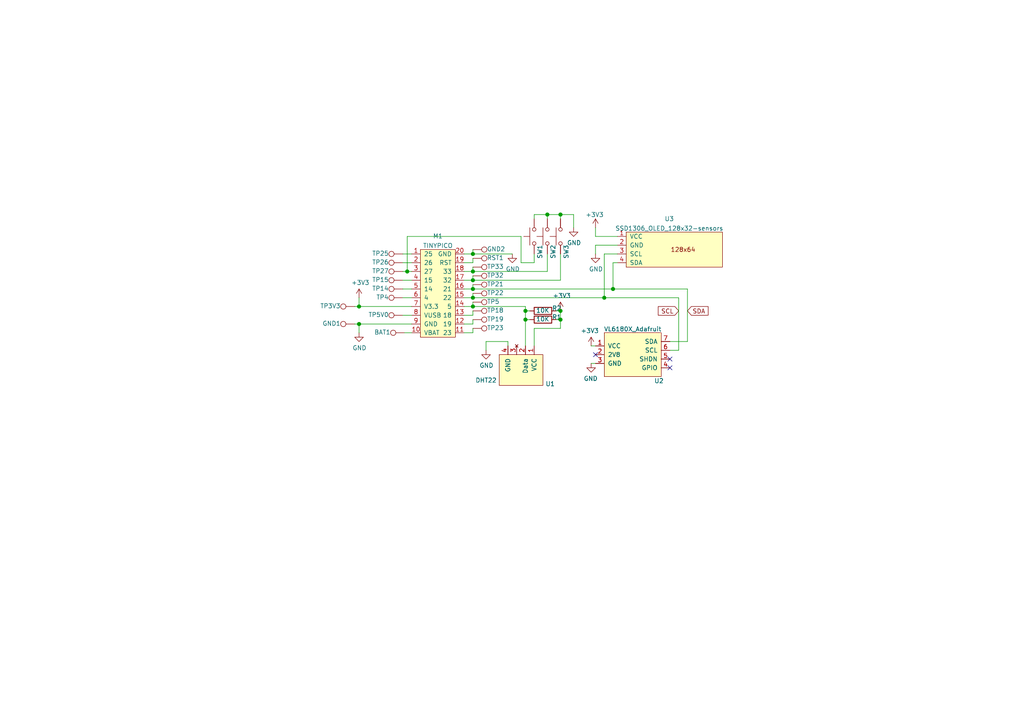
<source format=kicad_sch>
(kicad_sch (version 20210621) (generator eeschema)
  (paper "A4")
  (title_block (title "Levain Monitor") (date "2020-05-13") (rev "1.0"))
  (lib_symbols
    (symbol "Connector:TestPoint" (pin_numbers hide) (pin_names (offset 0.762) hide)
      (property "Reference" "TP" (at 0 6.858 0))
      (property "Value" "TestPoint" (at 0 5.08 0))
      (symbol "TestPoint_0_1"
        (circle (center 0 3.302) (radius 0.762))
      )
      (symbol "TestPoint_1_1"
        (pin passive line (at 0 0 90) (length 2.54) (name "1") (number "1"))
      )
    )
    (symbol "Device:R" (pin_numbers hide) (pin_names (offset 0))
      (property "Reference" "R" (at 2.032 0 90))
      (property "Value" "R" (at 0 0 90))
      (symbol "R_0_1"
        (rectangle (start -1.016 -2.54) (end 1.016 2.54) (stroke (width 0.254)))
      )
      (symbol "R_1_1"
        (pin passive line (at 0 3.81 270) (length 1.27) (name "~") (number "1"))
        (pin passive line (at 0 -3.81 90) (length 1.27) (name "~") (number "2"))
      )
    )
    (symbol "Switch:SW_Push" (pin_numbers hide) (pin_names (offset 1.016) hide)
      (property "Reference" "SW" (at 1.27 2.54 0))
      (property "Value" "SW_Push" (at 0 -1.524 0))
      (symbol "SW_Push_0_1"
        (circle (center -2.032 0) (radius 0.508))
        (circle (center 2.032 0) (radius 0.508))
        (polyline (pts (xy 0 1.27) (xy 0 3.048)))
        (polyline (pts (xy 2.54 1.27) (xy -2.54 1.27)))
        (pin passive line (at -5.08 0 0) (length 2.54) (name "1") (number "1"))
        (pin passive line (at 5.08 0 180) (length 2.54) (name "2") (number "2"))
      )
    )
    (symbol "mylam:DHT22" (pin_names (offset 1.016))
      (property "Reference" "U?" (at 7.62 -13.97 0))
      (property "Value" "DHT22" (at 3.81 1.27 0))
      (symbol "DHT22_0_1"
        (rectangle (start 0 0) (end 8.89 -12.7) (stroke (width 0.1524)) (fill (type background)))
      )
      (symbol "DHT22_1_1"
        (pin input line (at -2.54 -2.54 0) (length 2.54) (name "VCC") (number "1"))
        (pin output line (at -2.54 -5.08 0) (length 2.54) (name "Data") (number "2"))
        (pin no_connect line (at -2.54 -7.62 0) (length 2.54) (name "~") (number "3"))
        (pin input line (at -2.54 -10.16 0) (length 2.54) (name "GND") (number "4"))
      )
    )
    (symbol "mylam:SSD1306_OLED_128x64" (pin_names (offset 1.016))
      (property "Reference" "U" (at 1.27 8.89 0))
      (property "Value" "SSD1306_OLED_128x64" (at 1.27 -6.35 0))
      (symbol "SSD1306_OLED_128x64_0_0"
        (text "128x64" (at 3.81 1.27 0) (effects (font (size 1.27 1.27))))
      )
      (symbol "SSD1306_OLED_128x64_0_1"
        (rectangle (start -12.7 6.35) (end 15.24 -3.81) (fill (type background)))
      )
      (symbol "SSD1306_OLED_128x64_1_1"
        (pin power_in line (at -15.24 -2.54 0) (length 2.54) (name "VCC") (number "1"))
        (pin passive line (at -15.24 0 0) (length 2.54) (name "GND") (number "2"))
        (pin input line (at -15.24 2.54 0) (length 2.54) (name "SCL") (number "3"))
        (pin input line (at -15.24 5.08 0) (length 2.54) (name "SDA") (number "4"))
      )
    )
    (symbol "mylam:TINYPICO" (pin_names (offset 1.016))
      (property "Reference" "M?" (at 7.62 5.1858 0))
      (property "Value" "TINYPICO" (at 7.62 2.4107 0))
      (symbol "TINYPICO_0_1"
        (rectangle (start 2.54 1.27) (end 12.7 -24.13) (stroke (width 0.1524)) (fill (type background)))
      )
      (symbol "TINYPICO_1_1"
        (pin unspecified line (at 0 0 0) (length 2.54) (name "25") (number "1"))
        (pin passive line (at 0 -22.86 0) (length 2.54) (name "VBAT") (number "10"))
        (pin unspecified line (at 15.24 -22.86 180) (length 2.54) (name "23") (number "11"))
        (pin unspecified line (at 15.24 -20.32 180) (length 2.54) (name "19") (number "12"))
        (pin unspecified line (at 15.24 -17.78 180) (length 2.54) (name "18") (number "13"))
        (pin unspecified line (at 15.24 -15.24 180) (length 2.54) (name "5") (number "14"))
        (pin unspecified line (at 15.24 -12.7 180) (length 2.54) (name "22") (number "15"))
        (pin unspecified line (at 15.24 -10.16 180) (length 2.54) (name "21") (number "16"))
        (pin unspecified line (at 15.24 -7.62 180) (length 2.54) (name "32") (number "17"))
        (pin unspecified line (at 15.24 -5.08 180) (length 2.54) (name "33") (number "18"))
        (pin unspecified line (at 15.24 -2.54 180) (length 2.54) (name "RST") (number "19"))
        (pin unspecified line (at 0 -2.54 0) (length 2.54) (name "26") (number "2"))
        (pin passive line (at 15.24 0 180) (length 2.54) (name "GND") (number "20"))
        (pin unspecified line (at 0 -5.08 0) (length 2.54) (name "27") (number "3"))
        (pin unspecified line (at 0 -7.62 0) (length 2.54) (name "15") (number "4"))
        (pin unspecified line (at 0 -10.16 0) (length 2.54) (name "14") (number "5"))
        (pin unspecified line (at 0 -12.7 0) (length 2.54) (name "4") (number "6"))
        (pin passive line (at 0 -15.24 0) (length 2.54) (name "V3.3") (number "7"))
        (pin passive line (at 0 -17.78 0) (length 2.54) (name "VUSB") (number "8"))
        (pin passive line (at 0 -20.32 0) (length 2.54) (name "GND") (number "9"))
      )
    )
    (symbol "mylam:VL6180X_Adafruit" (pin_names (offset 1.016))
      (property "Reference" "U4" (at 6.35 -7.62 0))
      (property "Value" "VL6180X_Adafruit" (at -0.635 8.2296 0))
      (symbol "VL6180X_Adafruit_0_1"
        (rectangle (start -8.89 6.35) (end 7.62 -6.35) (fill (type background)))
      )
      (symbol "VL6180X_Adafruit_1_1"
        (pin input line (at -11.43 2.54 0) (length 2.54) (name "VCC") (number "1"))
        (pin input line (at -11.43 0 0) (length 2.54) (name "2V8") (number "2"))
        (pin input line (at -11.43 -2.54 0) (length 2.54) (name "GND") (number "3"))
        (pin input line (at 10.16 -3.81 180) (length 2.54) (name "GPIO") (number "4"))
        (pin input line (at 10.16 -1.27 180) (length 2.54) (name "SHDN") (number "5"))
        (pin input line (at 10.16 1.27 180) (length 2.54) (name "SCL") (number "6"))
        (pin input line (at 10.16 3.81 180) (length 2.54) (name "SDA") (number "7"))
      )
    )
    (symbol "power:+3.3V" (power) (pin_names (offset 0))
      (property "Value" "+3.3V" (at 0 3.556 0))
      (symbol "+3.3V_0_1"
        (polyline (pts (xy -0.762 1.27) (xy 0 2.54)))
        (polyline (pts (xy 0 0) (xy 0 2.54)))
        (polyline (pts (xy 0 2.54) (xy 0.762 1.27)))
      )
      (symbol "+3.3V_1_1"
        (pin power_in line (at 0 0 90) (length 0) hide (name "+3V3") (number "1"))
      )
    )
    (symbol "power:GND" (power) (pin_names (offset 0))
      (property "Value" "GND" (at 0 -3.81 0))
      (symbol "GND_0_1"
        (polyline (pts (xy 0 0) (xy 0 -1.27) (xy 1.27 -1.27) (xy 0 -2.54) (xy -1.27 -1.27) (xy 0 -1.27)))
      )
      (symbol "GND_1_1"
        (pin power_in line (at 0 0 270) (length 0) hide (name "GND") (number "1"))
      )
    )
  )
  (junction (at 104.14 88.9) (diameter 1.016))
  (junction (at 104.14 93.98) (diameter 1.016))
  (junction (at 118.11 78.74) (diameter 1.016))
  (junction (at 137.16 73.66) (diameter 1.016))
  (junction (at 137.16 78.74) (diameter 1.016))
  (junction (at 137.16 81.28) (diameter 1.016))
  (junction (at 137.16 83.82) (diameter 1.016))
  (junction (at 137.16 86.36) (diameter 1.016))
  (junction (at 137.16 88.9) (diameter 1.016))
  (junction (at 152.4 90.17) (diameter 1.016))
  (junction (at 152.4 92.71) (diameter 1.016))
  (junction (at 158.75 62.23) (diameter 1.016))
  (junction (at 162.56 62.23) (diameter 1.016))
  (junction (at 162.56 90.17) (diameter 1.016))
  (junction (at 162.56 92.71) (diameter 1.016))
  (junction (at 175.26 86.36) (diameter 1.016))
  (junction (at 177.8 83.82) (diameter 1.016))
  (no_connect (at 172.72 102.87))
  (no_connect (at 194.31 104.14))
  (no_connect (at 194.31 106.68))
  (wire (pts (xy 102.87 88.9) (xy 104.14 88.9)))
  (wire (pts (xy 102.87 93.98) (xy 104.14 93.98)))
  (wire (pts (xy 104.14 86.36) (xy 104.14 88.9)))
  (wire (pts (xy 104.14 88.9) (xy 119.38 88.9)))
  (wire (pts (xy 104.14 93.98) (xy 104.14 96.52)))
  (wire (pts (xy 104.14 93.98) (xy 119.38 93.98)))
  (wire (pts (xy 116.84 73.66) (xy 119.38 73.66)))
  (wire (pts (xy 116.84 76.2) (xy 119.38 76.2)))
  (wire (pts (xy 116.84 78.74) (xy 118.11 78.74)))
  (wire (pts (xy 116.84 81.28) (xy 119.38 81.28)))
  (wire (pts (xy 116.84 83.82) (xy 119.38 83.82)))
  (wire (pts (xy 116.84 86.36) (xy 119.38 86.36)))
  (wire (pts (xy 116.84 91.44) (xy 119.38 91.44)))
  (wire (pts (xy 117.348 96.52) (xy 119.38 96.52)))
  (wire (pts (xy 118.11 68.58) (xy 151.13 68.58)))
  (wire (pts (xy 118.11 78.74) (xy 118.11 68.58)))
  (wire (pts (xy 118.11 78.74) (xy 119.38 78.74)))
  (wire (pts (xy 134.62 73.66) (xy 137.16 73.66)))
  (wire (pts (xy 134.62 76.2) (xy 137.16 76.2)))
  (wire (pts (xy 134.62 78.74) (xy 137.16 78.74)))
  (wire (pts (xy 134.62 81.28) (xy 137.16 81.28)))
  (wire (pts (xy 134.62 83.82) (xy 137.16 83.82)))
  (wire (pts (xy 134.62 86.36) (xy 137.16 86.36)))
  (wire (pts (xy 134.62 91.44) (xy 137.16 91.44)))
  (wire (pts (xy 134.62 93.98) (xy 137.16 93.98)))
  (wire (pts (xy 134.62 96.52) (xy 137.16 96.52)))
  (wire (pts (xy 137.16 73.66) (xy 137.16 72.39)))
  (wire (pts (xy 137.16 73.66) (xy 148.59 73.66)))
  (wire (pts (xy 137.16 76.2) (xy 137.16 74.93)))
  (wire (pts (xy 137.16 77.47) (xy 137.16 78.74)))
  (wire (pts (xy 137.16 78.74) (xy 158.75 78.74)))
  (wire (pts (xy 137.16 80.01) (xy 137.16 81.28)))
  (wire (pts (xy 137.16 81.28) (xy 162.56 81.28)))
  (wire (pts (xy 137.16 82.55) (xy 137.16 83.82)))
  (wire (pts (xy 137.16 83.82) (xy 177.8 83.82)))
  (wire (pts (xy 137.16 85.09) (xy 137.16 86.36)))
  (wire (pts (xy 137.16 86.36) (xy 175.26 86.36)))
  (wire (pts (xy 137.16 87.63) (xy 137.16 88.9)))
  (wire (pts (xy 137.16 88.9) (xy 134.62 88.9)))
  (wire (pts (xy 137.16 88.9) (xy 152.4 88.9)))
  (wire (pts (xy 137.16 91.44) (xy 137.16 90.17)))
  (wire (pts (xy 137.16 93.98) (xy 137.16 92.71)))
  (wire (pts (xy 137.16 96.52) (xy 137.16 95.25)))
  (wire (pts (xy 140.97 99.06) (xy 147.32 99.06)))
  (wire (pts (xy 140.97 101.6) (xy 140.97 99.06)))
  (wire (pts (xy 147.32 99.06) (xy 147.32 100.33)))
  (wire (pts (xy 151.13 68.58) (xy 151.13 76.2)))
  (wire (pts (xy 151.13 76.2) (xy 154.94 76.2)))
  (wire (pts (xy 152.4 88.9) (xy 152.4 90.17)))
  (wire (pts (xy 152.4 90.17) (xy 152.4 92.71)))
  (wire (pts (xy 152.4 90.17) (xy 153.67 90.17)))
  (wire (pts (xy 152.4 92.71) (xy 152.4 100.33)))
  (wire (pts (xy 153.67 92.71) (xy 152.4 92.71)))
  (wire (pts (xy 154.94 62.23) (xy 154.94 63.5)))
  (wire (pts (xy 154.94 62.23) (xy 158.75 62.23)))
  (wire (pts (xy 154.94 73.66) (xy 154.94 76.2)))
  (wire (pts (xy 154.94 95.25) (xy 162.56 95.25)))
  (wire (pts (xy 154.94 100.33) (xy 154.94 95.25)))
  (wire (pts (xy 158.75 62.23) (xy 158.75 63.5)))
  (wire (pts (xy 158.75 62.23) (xy 162.56 62.23)))
  (wire (pts (xy 158.75 73.66) (xy 158.75 78.74)))
  (wire (pts (xy 161.29 90.17) (xy 162.56 90.17)))
  (wire (pts (xy 161.29 92.71) (xy 162.56 92.71)))
  (wire (pts (xy 162.56 62.23) (xy 162.56 63.5)))
  (wire (pts (xy 162.56 62.23) (xy 166.37 62.23)))
  (wire (pts (xy 162.56 81.28) (xy 162.56 73.66)))
  (wire (pts (xy 162.56 92.71) (xy 162.56 90.17)))
  (wire (pts (xy 162.56 95.25) (xy 162.56 92.71)))
  (wire (pts (xy 166.37 62.23) (xy 166.37 66.04)))
  (wire (pts (xy 172.72 68.58) (xy 172.72 66.04)))
  (wire (pts (xy 172.72 68.58) (xy 179.07 68.58)))
  (wire (pts (xy 172.72 71.12) (xy 179.07 71.12)))
  (wire (pts (xy 172.72 73.66) (xy 172.72 71.12)))
  (wire (pts (xy 172.72 100.33) (xy 171.45 100.33)))
  (wire (pts (xy 172.72 105.41) (xy 171.45 105.41)))
  (wire (pts (xy 175.26 73.66) (xy 179.07 73.66)))
  (wire (pts (xy 175.26 86.36) (xy 175.26 73.66)))
  (wire (pts (xy 177.8 76.2) (xy 177.8 83.82)))
  (wire (pts (xy 177.8 83.82) (xy 199.39 83.82)))
  (wire (pts (xy 179.07 76.2) (xy 177.8 76.2)))
  (wire (pts (xy 194.31 101.6) (xy 196.85 101.6)))
  (wire (pts (xy 196.85 86.36) (xy 175.26 86.36)))
  (wire (pts (xy 196.85 101.6) (xy 196.85 86.36)))
  (wire (pts (xy 199.39 83.82) (xy 199.39 99.06)))
  (wire (pts (xy 199.39 99.06) (xy 194.31 99.06)))
  (global_label "SCL" (shape input) (at 196.85 90.17 180) (property "Intersheet References" "${INTERSHEET_REFS}" (effects hide)))
  (global_label "SDA" (shape input) (at 199.39 90.17 0) (property "Intersheet References" "${INTERSHEET_REFS}" (effects hide)))
  (symbol (lib_id "power:+3.3V") (at 104.14 86.36 0) (unit 1)
    (property "Reference" "#PWR0103" (effects hide))
    (property "Value" "+3.3V" (at 104.521 81.9658 0))
  )
  (symbol (lib_id "power:+3.3V") (at 162.56 90.17 0) (unit 1)
    (property "Reference" "#PWR0102" (effects hide))
    (property "Value" "+3.3V" (at 162.941 85.7758 0))
  )
  (symbol (lib_id "power:+3.3V") (at 171.45 100.33 0) (mirror y) (unit 1)
    (property "Reference" "#PWR0104" (effects hide))
    (property "Value" "+3.3V" (at 171.069 95.9358 0))
  )
  (symbol (lib_id "power:+3.3V") (at 172.72 66.04 0) (unit 1)
    (property "Reference" "#PWR03" (effects hide))
    (property "Value" "+3.3V" (at 172.466 62.2808 0))
  )
  (symbol (lib_id "Connector:TestPoint") (at 102.87 88.9 90) (mirror x) (unit 1)
    (property "Reference" "TP3V3" (at 98.8059 88.744 90) (effects (justify left)))
    (property "Value" "TestPoint" (effects hide))
    (property "Footprint" "TestPoint:TestPoint_THTPad_D3.0mm_Drill1.5mm" (effects hide))
  )
  (symbol (lib_id "Connector:TestPoint") (at 102.87 93.98 90) (mirror x) (unit 1)
    (property "Reference" "GND1" (at 98.8059 93.824 90) (effects (justify left)))
    (property "Value" "TestPoint" (effects hide))
    (property "Footprint" "TestPoint:TestPoint_THTPad_D3.0mm_Drill1.5mm" (effects hide))
  )
  (symbol (lib_id "Connector:TestPoint") (at 116.84 73.66 90) (mirror x) (unit 1)
    (property "Reference" "TP25" (at 112.7759 73.504 90) (effects (justify left)))
    (property "Value" "TestPoint" (effects hide))
    (property "Footprint" "TestPoint:TestPoint_THTPad_D2.0mm_Drill1.0mm" (effects hide))
  )
  (symbol (lib_id "Connector:TestPoint") (at 116.84 76.2 90) (mirror x) (unit 1)
    (property "Reference" "TP26" (at 112.7759 76.044 90) (effects (justify left)))
    (property "Value" "TestPoint" (effects hide))
    (property "Footprint" "TestPoint:TestPoint_THTPad_D2.0mm_Drill1.0mm" (effects hide))
  )
  (symbol (lib_id "Connector:TestPoint") (at 116.84 78.74 90) (mirror x) (unit 1)
    (property "Reference" "TP27" (at 112.7759 78.584 90) (effects (justify left)))
    (property "Value" "TestPoint" (effects hide))
    (property "Footprint" "TestPoint:TestPoint_THTPad_D2.0mm_Drill1.0mm" (effects hide))
  )
  (symbol (lib_id "Connector:TestPoint") (at 116.84 81.28 90) (mirror x) (unit 1)
    (property "Reference" "TP15" (at 112.7759 81.124 90) (effects (justify left)))
    (property "Value" "TestPoint" (effects hide))
    (property "Footprint" "TestPoint:TestPoint_THTPad_D2.0mm_Drill1.0mm" (effects hide))
  )
  (symbol (lib_id "Connector:TestPoint") (at 116.84 83.82 90) (mirror x) (unit 1)
    (property "Reference" "TP14" (at 112.7759 83.664 90) (effects (justify left)))
    (property "Value" "TestPoint" (effects hide))
    (property "Footprint" "TestPoint:TestPoint_THTPad_D2.0mm_Drill1.0mm" (effects hide))
  )
  (symbol (lib_id "Connector:TestPoint") (at 116.84 86.36 90) (mirror x) (unit 1)
    (property "Reference" "TP4" (at 112.7759 86.204 90) (effects (justify left)))
    (property "Value" "TestPoint" (effects hide))
    (property "Footprint" "TestPoint:TestPoint_THTPad_D2.0mm_Drill1.0mm" (effects hide))
  )
  (symbol (lib_id "Connector:TestPoint") (at 116.84 91.44 90) (mirror x) (unit 1)
    (property "Reference" "TP5V0" (at 112.7759 91.284 90) (effects (justify left)))
    (property "Value" "TestPoint" (effects hide))
    (property "Footprint" "TestPoint:TestPoint_THTPad_D2.0mm_Drill1.0mm" (effects hide))
  )
  (symbol (lib_id "Connector:TestPoint") (at 117.348 96.52 90) (mirror x) (unit 1)
    (property "Reference" "BAT1" (at 113.2839 96.364 90) (effects (justify left)))
    (property "Value" "TestPoint" (effects hide))
    (property "Footprint" "TestPoint:TestPoint_THTPad_D2.5mm_Drill1.2mm" (effects hide))
  )
  (symbol (lib_id "Connector:TestPoint") (at 137.16 72.39 270) (unit 1)
    (property "Reference" "GND2" (at 141.2241 72.234 90) (effects (justify left)))
    (property "Value" "TestPoint" (effects hide))
    (property "Footprint" "TestPoint:TestPoint_THTPad_D3.0mm_Drill1.5mm" (effects hide))
  )
  (symbol (lib_id "Connector:TestPoint") (at 137.16 74.93 270) (unit 1)
    (property "Reference" "RST1" (at 141.2241 74.774 90) (effects (justify left)))
    (property "Value" "TestPoint" (effects hide))
    (property "Footprint" "TestPoint:TestPoint_THTPad_D2.0mm_Drill1.0mm" (effects hide))
  )
  (symbol (lib_id "Connector:TestPoint") (at 137.16 77.47 270) (unit 1)
    (property "Reference" "TP33" (at 141.2241 77.314 90) (effects (justify left)))
    (property "Value" "TestPoint" (effects hide))
    (property "Footprint" "TestPoint:TestPoint_THTPad_D2.0mm_Drill1.0mm" (effects hide))
  )
  (symbol (lib_id "Connector:TestPoint") (at 137.16 80.01 270) (unit 1)
    (property "Reference" "TP32" (at 141.2241 79.854 90) (effects (justify left)))
    (property "Value" "TestPoint" (effects hide))
    (property "Footprint" "TestPoint:TestPoint_THTPad_D2.0mm_Drill1.0mm" (effects hide))
  )
  (symbol (lib_id "Connector:TestPoint") (at 137.16 82.55 270) (unit 1)
    (property "Reference" "TP21" (at 141.2241 82.394 90) (effects (justify left)))
    (property "Value" "TestPoint" (effects hide))
    (property "Footprint" "TestPoint:TestPoint_THTPad_D2.0mm_Drill1.0mm" (effects hide))
  )
  (symbol (lib_id "Connector:TestPoint") (at 137.16 85.09 270) (unit 1)
    (property "Reference" "TP22" (at 141.2241 84.934 90) (effects (justify left)))
    (property "Value" "TestPoint" (effects hide))
    (property "Footprint" "TestPoint:TestPoint_THTPad_D2.0mm_Drill1.0mm" (effects hide))
  )
  (symbol (lib_id "Connector:TestPoint") (at 137.16 87.63 270) (unit 1)
    (property "Reference" "TP5" (at 141.2241 87.474 90) (effects (justify left)))
    (property "Value" "TestPoint" (effects hide))
    (property "Footprint" "TestPoint:TestPoint_THTPad_D2.0mm_Drill1.0mm" (effects hide))
  )
  (symbol (lib_id "Connector:TestPoint") (at 137.16 90.17 270) (unit 1)
    (property "Reference" "TP18" (at 141.2241 90.014 90) (effects (justify left)))
    (property "Value" "TestPoint" (effects hide))
    (property "Footprint" "TestPoint:TestPoint_THTPad_D2.0mm_Drill1.0mm" (effects hide))
  )
  (symbol (lib_id "Connector:TestPoint") (at 137.16 92.71 270) (unit 1)
    (property "Reference" "TP19" (at 141.2241 92.554 90) (effects (justify left)))
    (property "Value" "TestPoint" (effects hide))
    (property "Footprint" "TestPoint:TestPoint_THTPad_D2.0mm_Drill1.0mm" (effects hide))
  )
  (symbol (lib_id "Connector:TestPoint") (at 137.16 95.25 270) (unit 1)
    (property "Reference" "TP23" (at 141.2241 95.094 90) (effects (justify left)))
    (property "Value" "TestPoint" (effects hide))
    (property "Footprint" "TestPoint:TestPoint_THTPad_D2.0mm_Drill1.0mm" (effects hide))
  )
  (symbol (lib_id "power:GND") (at 104.14 96.52 0) (unit 1)
    (property "Reference" "#PWR01" (effects hide))
    (property "Value" "GND" (at 104.267 100.9142 0))
  )
  (symbol (lib_id "power:GND") (at 140.97 101.6 0) (unit 1)
    (property "Reference" "#PWR0101" (effects hide))
    (property "Value" "GND" (at 141.097 105.9942 0))
  )
  (symbol (lib_id "power:GND") (at 148.59 73.66 0) (unit 1)
    (property "Reference" "#PWR?" (effects hide))
    (property "Value" "GND" (at 148.717 78.0542 0))
  )
  (symbol (lib_id "power:GND") (at 166.37 66.04 0) (unit 1)
    (property "Reference" "#PWR02" (effects hide))
    (property "Value" "GND" (at 166.497 70.4342 0))
  )
  (symbol (lib_id "power:GND") (at 171.45 105.41 0) (mirror y) (unit 1)
    (property "Reference" "#PWR0105" (effects hide))
    (property "Value" "GND" (at 171.323 109.8042 0))
  )
  (symbol (lib_id "power:GND") (at 172.72 73.66 0) (unit 1)
    (property "Reference" "#PWR0106" (effects hide))
    (property "Value" "GND" (at 172.847 78.0542 0))
  )
  (symbol (lib_id "Device:R") (at 157.48 90.17 90) (unit 1)
    (property "Reference" "R2" (at 160.1216 89.408 90) (effects (justify right)))
    (property "Value" "10K" (at 155.448 90.043 90) (effects (justify right)))
    (property "Footprint" "Resistor_SMD:R_0805_2012Metric_Pad1.20x1.40mm_HandSolder" (effects hide))
  )
  (symbol (lib_id "Device:R") (at 157.48 92.71 90) (unit 1)
    (property "Reference" "R1" (at 160.1216 91.948 90) (effects (justify right)))
    (property "Value" "10K" (at 155.448 92.583 90) (effects (justify right)))
    (property "Footprint" "Resistor_THT:R_Axial_DIN0204_L3.6mm_D1.6mm_P7.62mm_Horizontal" (effects hide))
  )
  (symbol (lib_id "Switch:SW_Push") (at 154.94 68.58 90) (unit 1)
    (property "Reference" "SW1" (at 156.591 73.025 0))
    (property "Value" "SW_Push" (effects hide))
    (property "Footprint" "Button_Switch_SMD:SW_Push_1P1T_NO_CK_KSC6xxJ" (effects hide))
  )
  (symbol (lib_id "Switch:SW_Push") (at 158.75 68.58 90) (unit 1)
    (property "Reference" "SW2" (at 160.401 73.025 0))
    (property "Value" "SW_Push" (effects hide))
    (property "Footprint" "Button_Switch_SMD:SW_Push_1P1T_NO_CK_KSC6xxJ" (effects hide))
  )
  (symbol (lib_id "Switch:SW_Push") (at 162.56 68.58 90) (unit 1)
    (property "Reference" "SW3" (at 164.211 73.025 0))
    (property "Value" "SW_Push" (effects hide))
    (property "Footprint" "Button_Switch_SMD:SW_Push_1P1T_NO_CK_KSC6xxJ" (effects hide))
  )
  (symbol (lib_id "mylam:DHT22") (at 157.48 102.87 270) (unit 1)
    (property "Reference" "U1" (at 158.1913 111.3341 90) (effects (justify left)))
    (property "Value" "DHT22" (at 137.8713 110.2992 90) (effects (justify left)))
    (property "Footprint" "mylam:DHT22_Temperature_Humidity" (effects hide))
  )
  (symbol (lib_id "mylam:VL6180X_Adafruit") (at 184.15 102.87 0) (unit 1)
    (property "Reference" "U2" (at 191.135 110.4604 0))
    (property "Value" "VL6180X_Adafruit" (at 183.515 95.4555 0))
    (property "Footprint" "mylam:VL6180x" (effects hide))
  )
  (symbol (lib_id "mylam:SSD1306_OLED_128x64") (at 194.31 71.12 0) (mirror x) (unit 1)
    (property "Reference" "U3" (at 194.1195 63.4704 0))
    (property "Value" "SSD1306_OLED_128x32-sensors" (at 194.1195 66.2455 0))
    (property "Footprint" "mylam:128x64OLED" (effects hide))
  )
  (symbol (lib_id "mylam:TINYPICO") (at 119.38 73.66 0) (unit 1)
    (property "Reference" "M1" (at 127 68.4742 0))
    (property "Value" "TINYPICO" (at 127 71.2493 0))
    (property "Footprint" "mylam:TINYPICO" (effects hide))
  )
)
</source>
